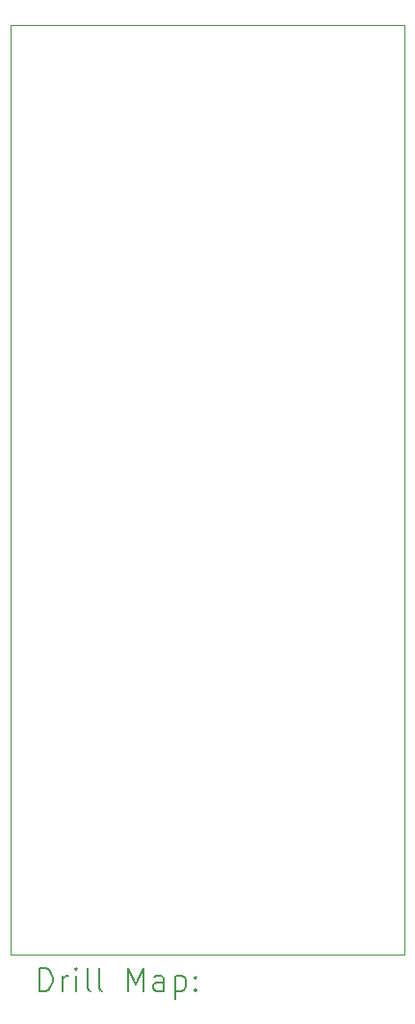
<source format=gbr>
%TF.GenerationSoftware,KiCad,Pcbnew,7.0.7*%
%TF.CreationDate,2023-08-26T15:25:13-04:00*%
%TF.ProjectId,68-pin 1.778mm to 2.54mm adaptor,36382d70-696e-4203-912e-3737386d6d20,1*%
%TF.SameCoordinates,Original*%
%TF.FileFunction,Drillmap*%
%TF.FilePolarity,Positive*%
%FSLAX45Y45*%
G04 Gerber Fmt 4.5, Leading zero omitted, Abs format (unit mm)*
G04 Created by KiCad (PCBNEW 7.0.7) date 2023-08-26 15:25:13*
%MOMM*%
%LPD*%
G01*
G04 APERTURE LIST*
%ADD10C,0.100000*%
%ADD11C,0.200000*%
G04 APERTURE END LIST*
D10*
X11029950Y-4425950D02*
X14497050Y-4425950D01*
X11029950Y-12592050D02*
X11029950Y-4425950D01*
X14497050Y-4425950D02*
X14497050Y-12592050D01*
X14497050Y-12592050D02*
X11029950Y-12592050D01*
D11*
X11285727Y-12908534D02*
X11285727Y-12708534D01*
X11285727Y-12708534D02*
X11333346Y-12708534D01*
X11333346Y-12708534D02*
X11361917Y-12718058D01*
X11361917Y-12718058D02*
X11380965Y-12737105D01*
X11380965Y-12737105D02*
X11390489Y-12756153D01*
X11390489Y-12756153D02*
X11400012Y-12794248D01*
X11400012Y-12794248D02*
X11400012Y-12822819D01*
X11400012Y-12822819D02*
X11390489Y-12860915D01*
X11390489Y-12860915D02*
X11380965Y-12879962D01*
X11380965Y-12879962D02*
X11361917Y-12899010D01*
X11361917Y-12899010D02*
X11333346Y-12908534D01*
X11333346Y-12908534D02*
X11285727Y-12908534D01*
X11485727Y-12908534D02*
X11485727Y-12775200D01*
X11485727Y-12813296D02*
X11495251Y-12794248D01*
X11495251Y-12794248D02*
X11504774Y-12784724D01*
X11504774Y-12784724D02*
X11523822Y-12775200D01*
X11523822Y-12775200D02*
X11542870Y-12775200D01*
X11609536Y-12908534D02*
X11609536Y-12775200D01*
X11609536Y-12708534D02*
X11600012Y-12718058D01*
X11600012Y-12718058D02*
X11609536Y-12727581D01*
X11609536Y-12727581D02*
X11619060Y-12718058D01*
X11619060Y-12718058D02*
X11609536Y-12708534D01*
X11609536Y-12708534D02*
X11609536Y-12727581D01*
X11733346Y-12908534D02*
X11714298Y-12899010D01*
X11714298Y-12899010D02*
X11704774Y-12879962D01*
X11704774Y-12879962D02*
X11704774Y-12708534D01*
X11838108Y-12908534D02*
X11819060Y-12899010D01*
X11819060Y-12899010D02*
X11809536Y-12879962D01*
X11809536Y-12879962D02*
X11809536Y-12708534D01*
X12066679Y-12908534D02*
X12066679Y-12708534D01*
X12066679Y-12708534D02*
X12133346Y-12851391D01*
X12133346Y-12851391D02*
X12200012Y-12708534D01*
X12200012Y-12708534D02*
X12200012Y-12908534D01*
X12380965Y-12908534D02*
X12380965Y-12803772D01*
X12380965Y-12803772D02*
X12371441Y-12784724D01*
X12371441Y-12784724D02*
X12352393Y-12775200D01*
X12352393Y-12775200D02*
X12314298Y-12775200D01*
X12314298Y-12775200D02*
X12295251Y-12784724D01*
X12380965Y-12899010D02*
X12361917Y-12908534D01*
X12361917Y-12908534D02*
X12314298Y-12908534D01*
X12314298Y-12908534D02*
X12295251Y-12899010D01*
X12295251Y-12899010D02*
X12285727Y-12879962D01*
X12285727Y-12879962D02*
X12285727Y-12860915D01*
X12285727Y-12860915D02*
X12295251Y-12841867D01*
X12295251Y-12841867D02*
X12314298Y-12832343D01*
X12314298Y-12832343D02*
X12361917Y-12832343D01*
X12361917Y-12832343D02*
X12380965Y-12822819D01*
X12476203Y-12775200D02*
X12476203Y-12975200D01*
X12476203Y-12784724D02*
X12495251Y-12775200D01*
X12495251Y-12775200D02*
X12533346Y-12775200D01*
X12533346Y-12775200D02*
X12552393Y-12784724D01*
X12552393Y-12784724D02*
X12561917Y-12794248D01*
X12561917Y-12794248D02*
X12571441Y-12813296D01*
X12571441Y-12813296D02*
X12571441Y-12870438D01*
X12571441Y-12870438D02*
X12561917Y-12889486D01*
X12561917Y-12889486D02*
X12552393Y-12899010D01*
X12552393Y-12899010D02*
X12533346Y-12908534D01*
X12533346Y-12908534D02*
X12495251Y-12908534D01*
X12495251Y-12908534D02*
X12476203Y-12899010D01*
X12657155Y-12889486D02*
X12666679Y-12899010D01*
X12666679Y-12899010D02*
X12657155Y-12908534D01*
X12657155Y-12908534D02*
X12647632Y-12899010D01*
X12647632Y-12899010D02*
X12657155Y-12889486D01*
X12657155Y-12889486D02*
X12657155Y-12908534D01*
X12657155Y-12784724D02*
X12666679Y-12794248D01*
X12666679Y-12794248D02*
X12657155Y-12803772D01*
X12657155Y-12803772D02*
X12647632Y-12794248D01*
X12647632Y-12794248D02*
X12657155Y-12784724D01*
X12657155Y-12784724D02*
X12657155Y-12803772D01*
M02*

</source>
